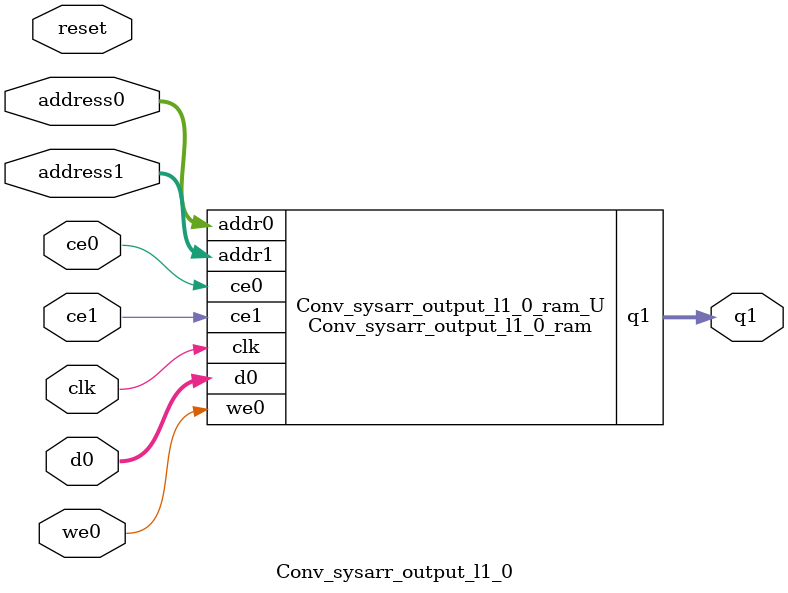
<source format=v>
`timescale 1 ns / 1 ps
module Conv_sysarr_output_l1_0_ram (addr0, ce0, d0, we0, addr1, ce1, q1,  clk);

parameter DWIDTH = 32;
parameter AWIDTH = 9;
parameter MEM_SIZE = 512;

input[AWIDTH-1:0] addr0;
input ce0;
input[DWIDTH-1:0] d0;
input we0;
input[AWIDTH-1:0] addr1;
input ce1;
output reg[DWIDTH-1:0] q1;
input clk;

(* ram_style = "block" *)reg [DWIDTH-1:0] ram[0:MEM_SIZE-1];




always @(posedge clk)  
begin 
    if (ce0) begin
        if (we0) 
            ram[addr0] <= d0; 
    end
end


always @(posedge clk)  
begin 
    if (ce1) begin
        q1 <= ram[addr1];
    end
end


endmodule

`timescale 1 ns / 1 ps
module Conv_sysarr_output_l1_0(
    reset,
    clk,
    address0,
    ce0,
    we0,
    d0,
    address1,
    ce1,
    q1);

parameter DataWidth = 32'd32;
parameter AddressRange = 32'd512;
parameter AddressWidth = 32'd9;
input reset;
input clk;
input[AddressWidth - 1:0] address0;
input ce0;
input we0;
input[DataWidth - 1:0] d0;
input[AddressWidth - 1:0] address1;
input ce1;
output[DataWidth - 1:0] q1;



Conv_sysarr_output_l1_0_ram Conv_sysarr_output_l1_0_ram_U(
    .clk( clk ),
    .addr0( address0 ),
    .ce0( ce0 ),
    .we0( we0 ),
    .d0( d0 ),
    .addr1( address1 ),
    .ce1( ce1 ),
    .q1( q1 ));

endmodule


</source>
